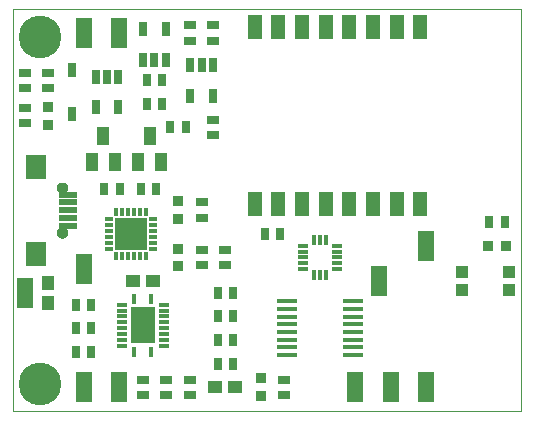
<source format=gts>
G75*
%MOIN*%
%OFA0B0*%
%FSLAX25Y25*%
%IPPOS*%
%LPD*%
%AMOC8*
5,1,8,0,0,1.08239X$1,22.5*
%
%ADD10C,0.00000*%
%ADD11R,0.03943X0.03156*%
%ADD12R,0.03156X0.03943*%
%ADD13R,0.04337X0.05912*%
%ADD14R,0.06693X0.07874*%
%ADD15R,0.05912X0.01975*%
%ADD16C,0.03746*%
%ADD17R,0.01581X0.02762*%
%ADD18R,0.02762X0.01581*%
%ADD19R,0.11030X0.11030*%
%ADD20R,0.02565X0.05124*%
%ADD21R,0.05124X0.08274*%
%ADD22R,0.03156X0.05124*%
%ADD23R,0.03550X0.03550*%
%ADD24R,0.03746X0.01502*%
%ADD25R,0.08471X0.12408*%
%ADD26R,0.01502X0.03746*%
%ADD27R,0.03550X0.01384*%
%ADD28R,0.01384X0.03550*%
%ADD29R,0.02762X0.05124*%
%ADD30R,0.06699X0.01778*%
%ADD31R,0.05400X0.10400*%
%ADD32R,0.04337X0.04337*%
%ADD33C,0.14243*%
%ADD34R,0.04731X0.04337*%
%ADD35R,0.04337X0.04731*%
D10*
X0001841Y0001300D02*
X0001841Y0135158D01*
X0171132Y0135158D01*
X0171132Y0001300D01*
X0001841Y0001300D01*
X0016703Y0060749D02*
X0016705Y0060830D01*
X0016711Y0060912D01*
X0016721Y0060993D01*
X0016735Y0061073D01*
X0016752Y0061152D01*
X0016774Y0061231D01*
X0016799Y0061308D01*
X0016828Y0061385D01*
X0016861Y0061459D01*
X0016898Y0061532D01*
X0016937Y0061603D01*
X0016981Y0061672D01*
X0017027Y0061739D01*
X0017077Y0061803D01*
X0017130Y0061865D01*
X0017186Y0061925D01*
X0017244Y0061981D01*
X0017306Y0062035D01*
X0017370Y0062086D01*
X0017436Y0062133D01*
X0017504Y0062177D01*
X0017575Y0062218D01*
X0017647Y0062255D01*
X0017722Y0062289D01*
X0017797Y0062319D01*
X0017875Y0062345D01*
X0017953Y0062368D01*
X0018032Y0062386D01*
X0018112Y0062401D01*
X0018193Y0062412D01*
X0018274Y0062419D01*
X0018356Y0062422D01*
X0018437Y0062421D01*
X0018518Y0062416D01*
X0018599Y0062407D01*
X0018680Y0062394D01*
X0018760Y0062377D01*
X0018838Y0062357D01*
X0018916Y0062332D01*
X0018993Y0062304D01*
X0019068Y0062272D01*
X0019141Y0062237D01*
X0019212Y0062198D01*
X0019282Y0062155D01*
X0019349Y0062110D01*
X0019415Y0062061D01*
X0019477Y0062009D01*
X0019537Y0061953D01*
X0019594Y0061895D01*
X0019649Y0061835D01*
X0019700Y0061771D01*
X0019748Y0061706D01*
X0019793Y0061638D01*
X0019835Y0061568D01*
X0019873Y0061496D01*
X0019908Y0061422D01*
X0019939Y0061347D01*
X0019966Y0061270D01*
X0019989Y0061192D01*
X0020009Y0061113D01*
X0020025Y0061033D01*
X0020037Y0060952D01*
X0020045Y0060871D01*
X0020049Y0060790D01*
X0020049Y0060708D01*
X0020045Y0060627D01*
X0020037Y0060546D01*
X0020025Y0060465D01*
X0020009Y0060385D01*
X0019989Y0060306D01*
X0019966Y0060228D01*
X0019939Y0060151D01*
X0019908Y0060076D01*
X0019873Y0060002D01*
X0019835Y0059930D01*
X0019793Y0059860D01*
X0019748Y0059792D01*
X0019700Y0059727D01*
X0019649Y0059663D01*
X0019594Y0059603D01*
X0019537Y0059545D01*
X0019477Y0059489D01*
X0019415Y0059437D01*
X0019349Y0059388D01*
X0019282Y0059343D01*
X0019213Y0059300D01*
X0019141Y0059261D01*
X0019068Y0059226D01*
X0018993Y0059194D01*
X0018916Y0059166D01*
X0018838Y0059141D01*
X0018760Y0059121D01*
X0018680Y0059104D01*
X0018599Y0059091D01*
X0018518Y0059082D01*
X0018437Y0059077D01*
X0018356Y0059076D01*
X0018274Y0059079D01*
X0018193Y0059086D01*
X0018112Y0059097D01*
X0018032Y0059112D01*
X0017953Y0059130D01*
X0017875Y0059153D01*
X0017797Y0059179D01*
X0017722Y0059209D01*
X0017647Y0059243D01*
X0017575Y0059280D01*
X0017504Y0059321D01*
X0017436Y0059365D01*
X0017370Y0059412D01*
X0017306Y0059463D01*
X0017244Y0059517D01*
X0017186Y0059573D01*
X0017130Y0059633D01*
X0017077Y0059695D01*
X0017027Y0059759D01*
X0016981Y0059826D01*
X0016937Y0059895D01*
X0016898Y0059966D01*
X0016861Y0060039D01*
X0016828Y0060113D01*
X0016799Y0060190D01*
X0016774Y0060267D01*
X0016752Y0060346D01*
X0016735Y0060425D01*
X0016721Y0060505D01*
X0016711Y0060586D01*
X0016705Y0060668D01*
X0016703Y0060749D01*
X0016703Y0075709D02*
X0016705Y0075790D01*
X0016711Y0075872D01*
X0016721Y0075953D01*
X0016735Y0076033D01*
X0016752Y0076112D01*
X0016774Y0076191D01*
X0016799Y0076268D01*
X0016828Y0076345D01*
X0016861Y0076419D01*
X0016898Y0076492D01*
X0016937Y0076563D01*
X0016981Y0076632D01*
X0017027Y0076699D01*
X0017077Y0076763D01*
X0017130Y0076825D01*
X0017186Y0076885D01*
X0017244Y0076941D01*
X0017306Y0076995D01*
X0017370Y0077046D01*
X0017436Y0077093D01*
X0017504Y0077137D01*
X0017575Y0077178D01*
X0017647Y0077215D01*
X0017722Y0077249D01*
X0017797Y0077279D01*
X0017875Y0077305D01*
X0017953Y0077328D01*
X0018032Y0077346D01*
X0018112Y0077361D01*
X0018193Y0077372D01*
X0018274Y0077379D01*
X0018356Y0077382D01*
X0018437Y0077381D01*
X0018518Y0077376D01*
X0018599Y0077367D01*
X0018680Y0077354D01*
X0018760Y0077337D01*
X0018838Y0077317D01*
X0018916Y0077292D01*
X0018993Y0077264D01*
X0019068Y0077232D01*
X0019141Y0077197D01*
X0019212Y0077158D01*
X0019282Y0077115D01*
X0019349Y0077070D01*
X0019415Y0077021D01*
X0019477Y0076969D01*
X0019537Y0076913D01*
X0019594Y0076855D01*
X0019649Y0076795D01*
X0019700Y0076731D01*
X0019748Y0076666D01*
X0019793Y0076598D01*
X0019835Y0076528D01*
X0019873Y0076456D01*
X0019908Y0076382D01*
X0019939Y0076307D01*
X0019966Y0076230D01*
X0019989Y0076152D01*
X0020009Y0076073D01*
X0020025Y0075993D01*
X0020037Y0075912D01*
X0020045Y0075831D01*
X0020049Y0075750D01*
X0020049Y0075668D01*
X0020045Y0075587D01*
X0020037Y0075506D01*
X0020025Y0075425D01*
X0020009Y0075345D01*
X0019989Y0075266D01*
X0019966Y0075188D01*
X0019939Y0075111D01*
X0019908Y0075036D01*
X0019873Y0074962D01*
X0019835Y0074890D01*
X0019793Y0074820D01*
X0019748Y0074752D01*
X0019700Y0074687D01*
X0019649Y0074623D01*
X0019594Y0074563D01*
X0019537Y0074505D01*
X0019477Y0074449D01*
X0019415Y0074397D01*
X0019349Y0074348D01*
X0019282Y0074303D01*
X0019213Y0074260D01*
X0019141Y0074221D01*
X0019068Y0074186D01*
X0018993Y0074154D01*
X0018916Y0074126D01*
X0018838Y0074101D01*
X0018760Y0074081D01*
X0018680Y0074064D01*
X0018599Y0074051D01*
X0018518Y0074042D01*
X0018437Y0074037D01*
X0018356Y0074036D01*
X0018274Y0074039D01*
X0018193Y0074046D01*
X0018112Y0074057D01*
X0018032Y0074072D01*
X0017953Y0074090D01*
X0017875Y0074113D01*
X0017797Y0074139D01*
X0017722Y0074169D01*
X0017647Y0074203D01*
X0017575Y0074240D01*
X0017504Y0074281D01*
X0017436Y0074325D01*
X0017370Y0074372D01*
X0017306Y0074423D01*
X0017244Y0074477D01*
X0017186Y0074533D01*
X0017130Y0074593D01*
X0017077Y0074655D01*
X0017027Y0074719D01*
X0016981Y0074786D01*
X0016937Y0074855D01*
X0016898Y0074926D01*
X0016861Y0074999D01*
X0016828Y0075073D01*
X0016799Y0075150D01*
X0016774Y0075227D01*
X0016752Y0075306D01*
X0016735Y0075385D01*
X0016721Y0075465D01*
X0016711Y0075546D01*
X0016705Y0075628D01*
X0016703Y0075709D01*
D11*
X0005778Y0097166D03*
X0005778Y0102284D03*
X0005778Y0108977D03*
X0005778Y0114095D03*
X0013652Y0114095D03*
X0013652Y0108977D03*
X0060896Y0124725D03*
X0060896Y0129843D03*
X0068770Y0129843D03*
X0068770Y0124725D03*
X0068770Y0098347D03*
X0068770Y0093229D03*
X0064833Y0070788D03*
X0064833Y0065670D03*
X0064833Y0055040D03*
X0064833Y0049922D03*
X0072707Y0049922D03*
X0072707Y0055040D03*
X0060896Y0011733D03*
X0060896Y0006615D03*
X0053022Y0006615D03*
X0053022Y0011733D03*
X0045148Y0011733D03*
X0045148Y0006615D03*
X0092392Y0006615D03*
X0092392Y0011733D03*
D12*
X0075266Y0017048D03*
X0070148Y0017048D03*
X0070148Y0024922D03*
X0075266Y0024922D03*
X0075266Y0032796D03*
X0070148Y0032796D03*
X0070148Y0040670D03*
X0075266Y0040670D03*
X0085896Y0060355D03*
X0091014Y0060355D03*
X0049636Y0075434D03*
X0044518Y0075434D03*
X0037510Y0075434D03*
X0032392Y0075434D03*
X0054400Y0095788D03*
X0059518Y0095788D03*
X0051644Y0103662D03*
X0046526Y0103662D03*
X0046526Y0111536D03*
X0051644Y0111536D03*
X0028022Y0036733D03*
X0022904Y0036733D03*
X0022904Y0028859D03*
X0028022Y0028859D03*
X0028022Y0020985D03*
X0022904Y0020985D03*
X0160699Y0064292D03*
X0165817Y0064292D03*
D13*
X0051250Y0084410D03*
X0043770Y0084410D03*
X0035817Y0084410D03*
X0028337Y0084410D03*
X0032077Y0093072D03*
X0047510Y0093072D03*
D14*
X0009715Y0082733D03*
X0009715Y0053725D03*
D15*
X0020344Y0063111D03*
X0020344Y0065670D03*
X0020344Y0068229D03*
X0020344Y0070788D03*
X0020344Y0073347D03*
D16*
X0018376Y0075709D03*
X0018376Y0060749D03*
D17*
X0036289Y0067737D03*
X0038258Y0067737D03*
X0040226Y0067737D03*
X0042195Y0067737D03*
X0044163Y0067737D03*
X0046132Y0067737D03*
X0046132Y0052973D03*
X0044163Y0052973D03*
X0042195Y0052973D03*
X0040226Y0052973D03*
X0038258Y0052973D03*
X0036289Y0052973D03*
D18*
X0033829Y0055434D03*
X0033829Y0057402D03*
X0033829Y0059371D03*
X0033829Y0061339D03*
X0033829Y0063308D03*
X0033829Y0065276D03*
X0048593Y0065276D03*
X0048593Y0063308D03*
X0048593Y0061339D03*
X0048593Y0059371D03*
X0048593Y0057402D03*
X0048593Y0055434D03*
D19*
X0041211Y0060355D03*
D20*
X0037077Y0102481D03*
X0029596Y0102481D03*
X0029596Y0112717D03*
X0033337Y0112717D03*
X0037077Y0112717D03*
X0045344Y0118229D03*
X0049085Y0118229D03*
X0052825Y0118229D03*
X0052825Y0128466D03*
X0045344Y0128466D03*
D21*
X0082549Y0129253D03*
X0090423Y0129253D03*
X0098297Y0129253D03*
X0106171Y0129253D03*
X0114045Y0129253D03*
X0121919Y0129253D03*
X0129793Y0129253D03*
X0137667Y0129253D03*
X0137667Y0070198D03*
X0129793Y0070198D03*
X0121919Y0070198D03*
X0114045Y0070198D03*
X0106171Y0070198D03*
X0098297Y0070198D03*
X0090423Y0070198D03*
X0082549Y0070198D03*
D22*
X0021526Y0100316D03*
X0021526Y0114883D03*
D23*
X0013652Y0102678D03*
X0013652Y0096772D03*
X0056959Y0071182D03*
X0056959Y0065276D03*
X0056959Y0055434D03*
X0056959Y0049528D03*
X0084518Y0012127D03*
X0084518Y0006221D03*
X0160305Y0056418D03*
X0166211Y0056418D03*
D24*
X0052136Y0036733D03*
X0052136Y0034765D03*
X0052136Y0032796D03*
X0052136Y0030828D03*
X0052136Y0028859D03*
X0052136Y0026891D03*
X0052136Y0024922D03*
X0052136Y0022954D03*
X0038356Y0022954D03*
X0038356Y0024922D03*
X0038356Y0026891D03*
X0038356Y0028859D03*
X0038356Y0030828D03*
X0038356Y0032796D03*
X0038356Y0034765D03*
X0038356Y0036733D03*
D25*
X0045148Y0029843D03*
D26*
X0048100Y0021083D03*
X0042195Y0021083D03*
X0042195Y0038603D03*
X0048100Y0038603D03*
D27*
X0098494Y0048544D03*
X0098494Y0050513D03*
X0098494Y0052481D03*
X0098494Y0054450D03*
X0098494Y0056418D03*
X0109911Y0056418D03*
X0109911Y0054450D03*
X0109911Y0052481D03*
X0109911Y0050513D03*
X0109911Y0048544D03*
D28*
X0106171Y0046772D03*
X0104203Y0046772D03*
X0102234Y0046772D03*
X0102234Y0058190D03*
X0104203Y0058190D03*
X0106171Y0058190D03*
D29*
X0068573Y0106394D03*
X0061093Y0106394D03*
X0061093Y0116678D03*
X0064833Y0116678D03*
X0068573Y0116678D03*
D30*
X0093179Y0037816D03*
X0093179Y0035257D03*
X0093179Y0032698D03*
X0093179Y0030139D03*
X0093179Y0027580D03*
X0093179Y0025020D03*
X0093179Y0022461D03*
X0093179Y0019902D03*
X0115226Y0019902D03*
X0115226Y0022461D03*
X0115226Y0025020D03*
X0115226Y0027580D03*
X0115226Y0030139D03*
X0115226Y0032698D03*
X0115226Y0035257D03*
X0115226Y0037816D03*
D31*
X0123888Y0044607D03*
X0139636Y0056418D03*
X0139636Y0009174D03*
X0127825Y0009174D03*
X0116014Y0009174D03*
X0037274Y0009174D03*
X0025463Y0009174D03*
X0005778Y0040670D03*
X0025463Y0048544D03*
X0025463Y0127284D03*
X0037274Y0127284D03*
D32*
X0151447Y0047757D03*
X0151447Y0041457D03*
X0167195Y0041457D03*
X0167195Y0047757D03*
D33*
X0010896Y0010355D03*
X0010896Y0126103D03*
D34*
X0041801Y0044607D03*
X0048494Y0044607D03*
X0069360Y0009174D03*
X0076053Y0009174D03*
D35*
X0013652Y0037324D03*
X0013652Y0044017D03*
M02*

</source>
